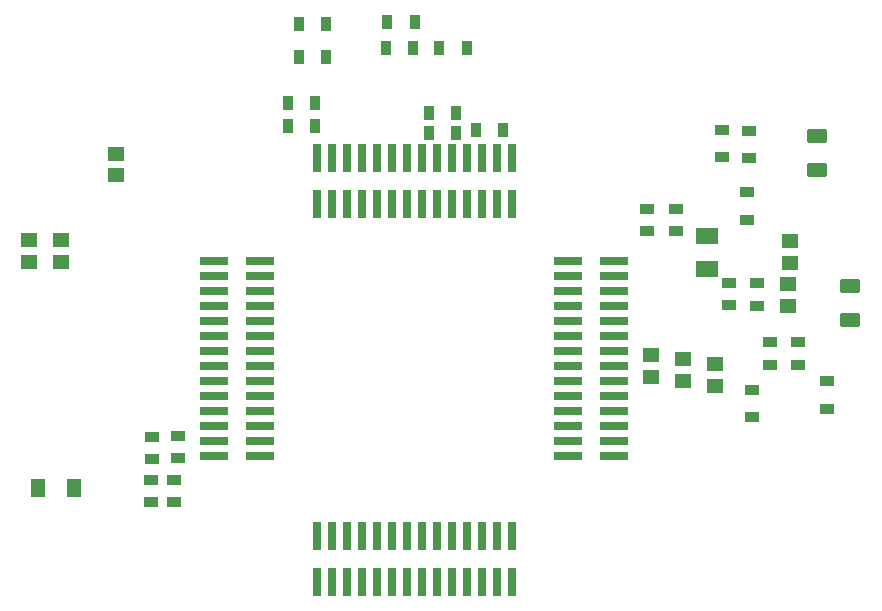
<source format=gbp>
G04*
G04 #@! TF.GenerationSoftware,Altium Limited,Altium Designer,23.11.1 (41)*
G04*
G04 Layer_Color=128*
%FSLAX44Y44*%
%MOMM*%
G71*
G04*
G04 #@! TF.SameCoordinates,A8DA5B03-C177-4F87-9ED7-5337E7294582*
G04*
G04*
G04 #@! TF.FilePolarity,Positive*
G04*
G01*
G75*
%ADD19R,1.3000X0.9000*%
%ADD21R,1.3500X1.1500*%
%ADD28R,0.9000X1.3000*%
%ADD32R,1.9500X1.4000*%
%ADD91R,0.7500X2.4000*%
G04:AMPARAMS|DCode=92|XSize=1.75mm|YSize=1.25mm|CornerRadius=0.3125mm|HoleSize=0mm|Usage=FLASHONLY|Rotation=0.000|XOffset=0mm|YOffset=0mm|HoleType=Round|Shape=RoundedRectangle|*
%AMROUNDEDRECTD92*
21,1,1.7500,0.6250,0,0,0.0*
21,1,1.1250,1.2500,0,0,0.0*
1,1,0.6250,0.5625,-0.3125*
1,1,0.6250,-0.5625,-0.3125*
1,1,0.6250,-0.5625,0.3125*
1,1,0.6250,0.5625,0.3125*
%
%ADD92ROUNDEDRECTD92*%
%ADD93R,1.2000X1.6000*%
%ADD94R,2.4000X0.7500*%
D19*
X632000Y367500D02*
D03*
Y390500D02*
D03*
X636000Y223500D02*
D03*
Y200500D02*
D03*
X127000Y147500D02*
D03*
Y128500D02*
D03*
X147000Y147500D02*
D03*
Y128500D02*
D03*
X150000Y184500D02*
D03*
Y165500D02*
D03*
X128000Y183500D02*
D03*
Y164500D02*
D03*
X640000Y294500D02*
D03*
Y313500D02*
D03*
X617000Y295000D02*
D03*
Y314000D02*
D03*
X675000Y244500D02*
D03*
Y263500D02*
D03*
X651000Y244500D02*
D03*
Y263500D02*
D03*
X700000Y207500D02*
D03*
Y230500D02*
D03*
X547000Y357500D02*
D03*
Y376500D02*
D03*
X572000Y376500D02*
D03*
Y357500D02*
D03*
X634000Y419500D02*
D03*
Y442500D02*
D03*
X611000Y420500D02*
D03*
Y443500D02*
D03*
D21*
X667000Y294750D02*
D03*
Y313250D02*
D03*
X668000Y330750D02*
D03*
Y349250D02*
D03*
X551000Y234000D02*
D03*
Y252500D02*
D03*
X578000Y230750D02*
D03*
Y249250D02*
D03*
X605000Y245250D02*
D03*
Y226750D02*
D03*
X51000Y331750D02*
D03*
Y350250D02*
D03*
X98000Y405000D02*
D03*
Y423500D02*
D03*
X24000Y331750D02*
D03*
Y350250D02*
D03*
D28*
X385500Y458000D02*
D03*
X362500D02*
D03*
X385500Y441000D02*
D03*
X362500D02*
D03*
X425500Y443000D02*
D03*
X402500D02*
D03*
X394500Y513000D02*
D03*
X371500D02*
D03*
X350500Y535000D02*
D03*
X327500D02*
D03*
X266500Y466000D02*
D03*
X243500D02*
D03*
Y447000D02*
D03*
X266500D02*
D03*
X252500Y533000D02*
D03*
X275500D02*
D03*
Y505000D02*
D03*
X252500D02*
D03*
X326500Y513000D02*
D03*
X349500D02*
D03*
D32*
X598000Y354000D02*
D03*
Y326000D02*
D03*
D91*
X432550Y60500D02*
D03*
X419850D02*
D03*
X407150D02*
D03*
X394450D02*
D03*
X381750D02*
D03*
X432550Y99500D02*
D03*
X419850D02*
D03*
X407150D02*
D03*
X394450D02*
D03*
X381750D02*
D03*
X369050Y60500D02*
D03*
X356350D02*
D03*
X369050Y99500D02*
D03*
X356350D02*
D03*
X343650Y60500D02*
D03*
Y99500D02*
D03*
X267450Y60500D02*
D03*
Y99500D02*
D03*
X280150D02*
D03*
Y60500D02*
D03*
X292850Y99500D02*
D03*
Y60500D02*
D03*
X305550Y99500D02*
D03*
Y60500D02*
D03*
X318250Y99500D02*
D03*
X330950D02*
D03*
X318250Y60500D02*
D03*
X330950D02*
D03*
Y380500D02*
D03*
X318250D02*
D03*
X330950Y419500D02*
D03*
X318250D02*
D03*
X305550Y380500D02*
D03*
Y419500D02*
D03*
X292850Y380500D02*
D03*
Y419500D02*
D03*
X280150Y380500D02*
D03*
Y419500D02*
D03*
X267450D02*
D03*
Y380500D02*
D03*
X343650Y419500D02*
D03*
Y380500D02*
D03*
X356350Y419500D02*
D03*
X369050D02*
D03*
X356350Y380500D02*
D03*
X369050D02*
D03*
X381750Y419500D02*
D03*
X394450D02*
D03*
X407150D02*
D03*
X419850D02*
D03*
X432550D02*
D03*
X381750Y380500D02*
D03*
X394450D02*
D03*
X407150D02*
D03*
X419850D02*
D03*
X432550D02*
D03*
D92*
X719000Y311250D02*
D03*
Y282750D02*
D03*
X691000Y438250D02*
D03*
Y409750D02*
D03*
D93*
X31500Y140000D02*
D03*
X62500D02*
D03*
D94*
X219500Y230950D02*
D03*
Y218250D02*
D03*
X180500Y230950D02*
D03*
Y218250D02*
D03*
X219500Y205550D02*
D03*
X180500D02*
D03*
X219500Y192850D02*
D03*
X180500D02*
D03*
X219500Y180150D02*
D03*
X180500D02*
D03*
Y167450D02*
D03*
X219500D02*
D03*
X180500Y243650D02*
D03*
X219500D02*
D03*
X180500Y256350D02*
D03*
Y269050D02*
D03*
X219500Y256350D02*
D03*
Y269050D02*
D03*
X180500Y281750D02*
D03*
Y294450D02*
D03*
Y307150D02*
D03*
Y319850D02*
D03*
Y332550D02*
D03*
X219500Y281750D02*
D03*
Y294450D02*
D03*
Y307150D02*
D03*
Y319850D02*
D03*
Y332550D02*
D03*
X480500Y269050D02*
D03*
Y281750D02*
D03*
X519500Y269050D02*
D03*
Y281750D02*
D03*
X480500Y294450D02*
D03*
X519500D02*
D03*
X480500Y307150D02*
D03*
X519500D02*
D03*
X480500Y319850D02*
D03*
X519500D02*
D03*
Y332550D02*
D03*
X480500D02*
D03*
X519500Y256350D02*
D03*
X480500D02*
D03*
X519500Y243650D02*
D03*
Y230950D02*
D03*
X480500Y243650D02*
D03*
Y230950D02*
D03*
X519500Y218250D02*
D03*
Y205550D02*
D03*
Y192850D02*
D03*
Y180150D02*
D03*
Y167450D02*
D03*
X480500Y218250D02*
D03*
Y205550D02*
D03*
Y192850D02*
D03*
Y180150D02*
D03*
Y167450D02*
D03*
M02*

</source>
